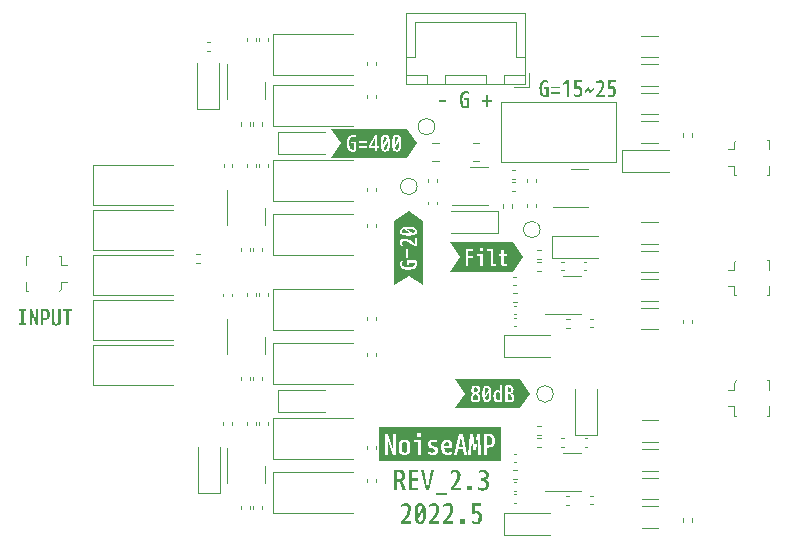
<source format=gbr>
%TF.GenerationSoftware,KiCad,Pcbnew,(6.0.2)*%
%TF.CreationDate,2022-05-06T23:20:48+08:00*%
%TF.ProjectId,NoiseAMP_V2.3,4e6f6973-6541-44d5-905f-56322e332e6b,rev?*%
%TF.SameCoordinates,Original*%
%TF.FileFunction,Legend,Top*%
%TF.FilePolarity,Positive*%
%FSLAX46Y46*%
G04 Gerber Fmt 4.6, Leading zero omitted, Abs format (unit mm)*
G04 Created by KiCad (PCBNEW (6.0.2)) date 2022-05-06 23:20:48*
%MOMM*%
%LPD*%
G01*
G04 APERTURE LIST*
%ADD10C,0.120000*%
G04 APERTURE END LIST*
%TO.C,kibuzzard-62753A96*%
G36*
X113733686Y-101623072D02*
G01*
X113673890Y-101714300D01*
X113589329Y-101777800D01*
X113479157Y-101815900D01*
X113343372Y-101828600D01*
X113232882Y-101819075D01*
X113232882Y-102295325D01*
X113019522Y-102295325D01*
X113019522Y-101651435D01*
X113232882Y-101651435D01*
X113343372Y-101664770D01*
X113446004Y-101646911D01*
X113517680Y-101593332D01*
X113559828Y-101496892D01*
X113573878Y-101350445D01*
X113559828Y-101214237D01*
X113517680Y-101121845D01*
X113446004Y-101068981D01*
X113343372Y-101051360D01*
X113232882Y-101066600D01*
X113232882Y-101651435D01*
X113019522Y-101651435D01*
X113019522Y-100923725D01*
X113125779Y-100902558D01*
X113233729Y-100889858D01*
X113343372Y-100885625D01*
X113482014Y-100897796D01*
X113593139Y-100934308D01*
X113676748Y-100995162D01*
X113734956Y-101083322D01*
X113769881Y-101201749D01*
X113781523Y-101350445D01*
X113769563Y-101501787D01*
X113733686Y-101623072D01*
G37*
G36*
X114164428Y-101895275D02*
G01*
X114173953Y-102018624D01*
X114202528Y-102095300D01*
X114254439Y-102135305D01*
X114333973Y-102148640D01*
X114465418Y-102096253D01*
X114493993Y-102019814D01*
X114503518Y-101895275D01*
X114503518Y-100904675D01*
X114711163Y-100904675D01*
X114711163Y-101933375D01*
X114701320Y-102057412D01*
X114671793Y-102155202D01*
X114622580Y-102226745D01*
X114550719Y-102275428D01*
X114453247Y-102304638D01*
X114330163Y-102314375D01*
X114207078Y-102304638D01*
X114109606Y-102275428D01*
X114037745Y-102226745D01*
X113988533Y-102155202D01*
X113959005Y-102057412D01*
X113949163Y-101933375D01*
X113949163Y-100904675D01*
X114164428Y-100904675D01*
X114164428Y-101895275D01*
G37*
G36*
X115673188Y-101070410D02*
G01*
X115389343Y-101070410D01*
X115389343Y-102295325D01*
X115175983Y-102295325D01*
X115175983Y-101070410D01*
X114892138Y-101070410D01*
X114892138Y-100904675D01*
X115673188Y-100904675D01*
X115673188Y-101070410D01*
G37*
G36*
X112581372Y-101914325D02*
G01*
X112587087Y-101914325D01*
X112587087Y-100904675D01*
X112787112Y-100904675D01*
X112787112Y-102295325D01*
X112573752Y-102295325D01*
X112276572Y-101285675D01*
X112272762Y-101285675D01*
X112272762Y-102295325D01*
X112063212Y-102295325D01*
X112063212Y-100904675D01*
X112284192Y-100904675D01*
X112581372Y-101914325D01*
G37*
G36*
X111796512Y-101070410D02*
G01*
X111583152Y-101070410D01*
X111583152Y-102129590D01*
X111796512Y-102129590D01*
X111796512Y-102295325D01*
X111148812Y-102295325D01*
X111148812Y-102129590D01*
X111362173Y-102129590D01*
X111362173Y-101070410D01*
X111148812Y-101070410D01*
X111148812Y-100904675D01*
X111796512Y-100904675D01*
X111796512Y-101070410D01*
G37*
%TO.C,kibuzzard-62753A7A*%
G36*
X145596107Y-117845946D02*
G01*
X145614760Y-118025730D01*
X145620978Y-118237000D01*
X145614760Y-118448270D01*
X145596107Y-118628054D01*
X145565019Y-118776353D01*
X145498046Y-118944827D01*
X145409047Y-119052578D01*
X145292961Y-119110621D01*
X145144728Y-119129969D01*
X144996495Y-119110621D01*
X144880409Y-119052578D01*
X144791410Y-118944827D01*
X144724437Y-118776353D01*
X144711209Y-118713250D01*
X144951847Y-118713250D01*
X145025666Y-118881128D01*
X145144728Y-118929944D01*
X145269744Y-118875175D01*
X145311713Y-118795403D01*
X145344753Y-118665625D01*
X145360628Y-118549208D01*
X145370153Y-118406333D01*
X145373328Y-118237000D01*
X145371542Y-118107817D01*
X145366184Y-117996494D01*
X144951847Y-118713250D01*
X144711209Y-118713250D01*
X144693349Y-118628054D01*
X144674696Y-118448270D01*
X144668478Y-118237000D01*
X144916128Y-118237000D01*
X144920891Y-118434644D01*
X145328084Y-117727412D01*
X145256647Y-117585728D01*
X145144728Y-117544056D01*
X145019712Y-117598825D01*
X144977743Y-117678597D01*
X144944703Y-117808375D01*
X144928828Y-117924792D01*
X144919303Y-118067667D01*
X144916128Y-118237000D01*
X144668478Y-118237000D01*
X144674696Y-118025730D01*
X144693349Y-117845946D01*
X144724437Y-117697647D01*
X144791410Y-117529173D01*
X144880409Y-117421422D01*
X144996495Y-117363379D01*
X145144728Y-117344031D01*
X145292961Y-117363379D01*
X145409047Y-117421422D01*
X145498046Y-117529173D01*
X145565019Y-117697647D01*
X145596107Y-117845946D01*
G37*
G36*
X146511268Y-117373499D02*
G01*
X146643725Y-117461903D01*
X146724985Y-117607457D01*
X146752072Y-117808375D01*
X146737123Y-117959187D01*
X146692276Y-118119525D01*
X146617531Y-118289388D01*
X146539917Y-118425416D01*
X146441616Y-118571566D01*
X146322628Y-118727835D01*
X146182953Y-118894225D01*
X146182953Y-118898988D01*
X146763978Y-118898988D01*
X146763978Y-119106156D01*
X145906728Y-119106156D01*
X145906728Y-118898988D01*
X146059614Y-118721268D01*
X146188979Y-118551422D01*
X146294823Y-118389449D01*
X146377146Y-118235348D01*
X146435949Y-118089120D01*
X146471230Y-117950764D01*
X146482991Y-117820281D01*
X146470191Y-117698837D01*
X146431794Y-117615494D01*
X146275822Y-117551200D01*
X146163903Y-117566810D01*
X146040872Y-117613642D01*
X145906728Y-117691694D01*
X145906728Y-117467856D01*
X146038491Y-117399065D01*
X146179778Y-117357790D01*
X146330591Y-117344031D01*
X146511268Y-117373499D01*
G37*
G36*
X147701893Y-117373499D02*
G01*
X147834350Y-117461903D01*
X147915610Y-117607457D01*
X147942697Y-117808375D01*
X147927748Y-117959187D01*
X147882901Y-118119525D01*
X147808156Y-118289388D01*
X147730542Y-118425416D01*
X147632241Y-118571566D01*
X147513253Y-118727835D01*
X147373578Y-118894225D01*
X147373578Y-118898988D01*
X147954603Y-118898988D01*
X147954603Y-119106156D01*
X147097353Y-119106156D01*
X147097353Y-118898988D01*
X147250239Y-118721268D01*
X147379604Y-118551422D01*
X147485448Y-118389449D01*
X147567771Y-118235348D01*
X147626574Y-118089120D01*
X147661855Y-117950764D01*
X147673616Y-117820281D01*
X147660816Y-117698837D01*
X147622419Y-117615494D01*
X147466447Y-117551200D01*
X147354528Y-117566810D01*
X147231497Y-117613642D01*
X147097353Y-117691694D01*
X147097353Y-117467856D01*
X147229116Y-117399065D01*
X147370403Y-117357790D01*
X147521216Y-117344031D01*
X147701893Y-117373499D01*
G37*
G36*
X144130018Y-117373499D02*
G01*
X144262475Y-117461903D01*
X144343735Y-117607457D01*
X144370822Y-117808375D01*
X144355873Y-117959187D01*
X144311026Y-118119525D01*
X144236281Y-118289388D01*
X144158667Y-118425416D01*
X144060366Y-118571566D01*
X143941378Y-118727835D01*
X143801703Y-118894225D01*
X143801703Y-118898988D01*
X144382728Y-118898988D01*
X144382728Y-119106156D01*
X143525478Y-119106156D01*
X143525478Y-118898988D01*
X143678364Y-118721268D01*
X143807729Y-118551422D01*
X143913573Y-118389449D01*
X143995896Y-118235348D01*
X144054699Y-118089120D01*
X144089980Y-117950764D01*
X144101741Y-117820281D01*
X144088941Y-117698837D01*
X144050544Y-117615494D01*
X143894572Y-117551200D01*
X143782653Y-117566810D01*
X143659622Y-117613642D01*
X143525478Y-117691694D01*
X143525478Y-117467856D01*
X143657241Y-117399065D01*
X143798528Y-117357790D01*
X143949341Y-117344031D01*
X144130018Y-117373499D01*
G37*
G36*
X150304897Y-117572631D02*
G01*
X149773878Y-117572631D01*
X149757209Y-118053644D01*
X149761972Y-118053644D01*
X149858413Y-118008995D01*
X149971522Y-117994112D01*
X150108682Y-118016496D01*
X150215362Y-118083647D01*
X150291562Y-118195566D01*
X150337282Y-118352253D01*
X150352522Y-118553706D01*
X150338764Y-118740502D01*
X150297489Y-118888140D01*
X150228697Y-118996619D01*
X150130007Y-119070702D01*
X149999039Y-119115152D01*
X149835791Y-119129969D01*
X149658983Y-119112109D01*
X149495272Y-119058531D01*
X149495272Y-118832313D01*
X149657792Y-118900178D01*
X149816741Y-118922800D01*
X149938184Y-118902262D01*
X150021528Y-118840647D01*
X150069748Y-118727835D01*
X150085822Y-118553706D01*
X150074511Y-118388507D01*
X150040578Y-118278672D01*
X149900084Y-118196519D01*
X149809002Y-118220331D01*
X149726253Y-118291769D01*
X149507178Y-118291769D01*
X149530991Y-117367844D01*
X150304897Y-117367844D01*
X150304897Y-117572631D01*
G37*
G36*
X148911866Y-119106156D02*
G01*
X148530866Y-119106156D01*
X148530866Y-118701344D01*
X148911866Y-118701344D01*
X148911866Y-119106156D01*
G37*
D10*
%TO.C,TP4*%
X144870400Y-90525600D02*
G75*
G03*
X144870400Y-90525600I-700000J0D01*
G01*
%TO.C,TP3*%
X156402000Y-108102400D02*
G75*
G03*
X156402000Y-108102400I-700000J0D01*
G01*
%TO.C,TP2*%
X155284400Y-94183200D02*
G75*
G03*
X155284400Y-94183200I-700000J0D01*
G01*
%TO.C,TP1*%
X146369000Y-85471000D02*
G75*
G03*
X146369000Y-85471000I-700000J0D01*
G01*
%TO.C,kibuzzard-6275398E*%
G36*
X145751947Y-116028391D02*
G01*
X145754328Y-116028391D01*
X146025791Y-114528203D01*
X146290109Y-114528203D01*
X145901966Y-116266516D01*
X145592403Y-116266516D01*
X145206641Y-114528203D01*
X145480484Y-114528203D01*
X145751947Y-116028391D01*
G37*
G36*
X143485658Y-114518281D02*
G01*
X143624168Y-114559953D01*
X143729075Y-114629406D01*
X143802497Y-114728757D01*
X143846550Y-114860123D01*
X143861234Y-115023503D01*
X143844566Y-115179177D01*
X143794559Y-115305681D01*
X143711216Y-115403015D01*
X143594534Y-115471178D01*
X143594534Y-115475941D01*
X143685022Y-115593813D01*
X143761222Y-115780741D01*
X143908859Y-116266516D01*
X143635016Y-116266516D01*
X143496903Y-115766453D01*
X143457910Y-115658404D01*
X143412369Y-115591431D01*
X143268303Y-115544997D01*
X143175434Y-115544997D01*
X143175434Y-116266516D01*
X142908734Y-116266516D01*
X142908734Y-115337828D01*
X143175434Y-115337828D01*
X143268303Y-115337828D01*
X143423084Y-115319969D01*
X143525478Y-115266391D01*
X143582628Y-115169950D01*
X143601678Y-115023503D01*
X143583819Y-114883307D01*
X143530241Y-114786569D01*
X143440348Y-114730312D01*
X143313547Y-114711559D01*
X143175434Y-114730609D01*
X143175434Y-115337828D01*
X142908734Y-115337828D01*
X142908734Y-114552016D01*
X143041555Y-114525557D01*
X143176493Y-114509682D01*
X143313547Y-114504391D01*
X143485658Y-114518281D01*
G37*
G36*
X150681730Y-114530882D02*
G01*
X150826391Y-114610356D01*
X150915688Y-114736860D01*
X150945453Y-114904441D01*
X150927594Y-115056989D01*
X150874016Y-115178880D01*
X150784719Y-115270111D01*
X150659703Y-115330684D01*
X150659703Y-115333066D01*
X150795137Y-115382477D01*
X150891875Y-115471178D01*
X150949918Y-115599170D01*
X150969266Y-115766453D01*
X150954383Y-115926526D01*
X150909734Y-116057495D01*
X150835320Y-116159359D01*
X150731141Y-116232120D01*
X150597195Y-116275776D01*
X150433484Y-116290328D01*
X150239413Y-116271278D01*
X150052484Y-116214128D01*
X150052484Y-115985528D01*
X150225720Y-116058752D01*
X150402528Y-116083159D01*
X150533795Y-116062621D01*
X150627556Y-116001006D01*
X150683813Y-115898315D01*
X150702566Y-115754547D01*
X150681134Y-115613160D01*
X150616841Y-115517612D01*
X150500159Y-115463141D01*
X150321566Y-115444984D01*
X150273941Y-115444984D01*
X150273941Y-115235434D01*
X150321566Y-115235434D01*
X150487658Y-115217575D01*
X150600172Y-115163997D01*
X150664466Y-115071723D01*
X150685897Y-114937778D01*
X150658380Y-114810778D01*
X150575830Y-114734578D01*
X150438247Y-114709178D01*
X150270369Y-114734181D01*
X150085822Y-114809191D01*
X150085822Y-114587734D01*
X150223405Y-114541432D01*
X150356755Y-114513651D01*
X150485872Y-114504391D01*
X150681730Y-114530882D01*
G37*
G36*
X148306730Y-114533859D02*
G01*
X148439188Y-114622262D01*
X148520448Y-114767816D01*
X148547534Y-114968734D01*
X148532585Y-115119547D01*
X148487739Y-115279884D01*
X148412994Y-115449747D01*
X148335380Y-115585776D01*
X148237079Y-115731925D01*
X148118091Y-115888195D01*
X147978416Y-116054584D01*
X147978416Y-116059347D01*
X148559441Y-116059347D01*
X148559441Y-116266516D01*
X147702191Y-116266516D01*
X147702191Y-116059347D01*
X147855077Y-115881628D01*
X147984442Y-115711782D01*
X148090286Y-115549808D01*
X148172609Y-115395707D01*
X148231411Y-115249479D01*
X148266693Y-115111123D01*
X148278453Y-114980641D01*
X148265654Y-114859197D01*
X148227256Y-114775853D01*
X148071284Y-114711559D01*
X147959366Y-114727170D01*
X147836334Y-114774001D01*
X147702191Y-114852053D01*
X147702191Y-114628216D01*
X147833953Y-114559424D01*
X147975241Y-114518149D01*
X148126053Y-114504391D01*
X148306730Y-114533859D01*
G37*
G36*
X144980422Y-114735372D02*
G01*
X144413684Y-114735372D01*
X144413684Y-115230672D01*
X144956609Y-115230672D01*
X144956609Y-115433078D01*
X144413684Y-115433078D01*
X144413684Y-116059347D01*
X144980422Y-116059347D01*
X144980422Y-116266516D01*
X144146984Y-116266516D01*
X144146984Y-114528203D01*
X144980422Y-114528203D01*
X144980422Y-114735372D01*
G37*
G36*
X147428347Y-116635609D02*
G01*
X146452034Y-116635609D01*
X146452034Y-116464159D01*
X147428347Y-116464159D01*
X147428347Y-116635609D01*
G37*
G36*
X149516703Y-116266516D02*
G01*
X149135703Y-116266516D01*
X149135703Y-115861703D01*
X149516703Y-115861703D01*
X149516703Y-116266516D01*
G37*
%TO.C,C3*%
X150121252Y-86895000D02*
X149598748Y-86895000D01*
X150121252Y-88365000D02*
X149598748Y-88365000D01*
%TO.C,C2*%
X146692252Y-86895000D02*
X146169748Y-86895000D01*
X146692252Y-88365000D02*
X146169748Y-88365000D01*
%TO.C,U5*%
X157226000Y-98085000D02*
X158726000Y-98085000D01*
X155726000Y-101305000D02*
X158726000Y-101305000D01*
%TO.C,U8*%
X157226000Y-113071000D02*
X158726000Y-113071000D01*
X155726000Y-116291000D02*
X158726000Y-116291000D01*
%TO.C,C57*%
X159073964Y-112553800D02*
X159289636Y-112553800D01*
X159073964Y-111833800D02*
X159289636Y-111833800D01*
%TO.C,R18*%
X131000896Y-95729359D02*
X131000896Y-96036641D01*
X131760896Y-95729359D02*
X131760896Y-96036641D01*
%TO.C,C38*%
X157299446Y-112562319D02*
X157083774Y-112562319D01*
X157299446Y-111842319D02*
X157083774Y-111842319D01*
%TO.C,R37*%
X132268896Y-110772640D02*
X132268896Y-110465358D01*
X131508896Y-110772640D02*
X131508896Y-110465358D01*
%TO.C,C63*%
X127120764Y-78329200D02*
X127336436Y-78329200D01*
X127120764Y-79049200D02*
X127336436Y-79049200D01*
%TO.C,C7*%
X132700896Y-91753000D02*
X139460896Y-91753000D01*
X139460896Y-88333000D02*
X132700896Y-88333000D01*
X132700896Y-88333000D02*
X132700896Y-91753000D01*
%TO.C,U4*%
X131974896Y-92330999D02*
X131974896Y-93830999D01*
X128754896Y-90830999D02*
X128754896Y-93830999D01*
%TO.C,U3*%
X157861000Y-89045737D02*
X159361000Y-89045737D01*
X156361000Y-92265737D02*
X159361000Y-92265737D01*
%TO.C,C20*%
X165280087Y-95991000D02*
X163857583Y-95991000D01*
X165280087Y-97811000D02*
X163857583Y-97811000D01*
%TO.C,C21*%
X117460896Y-103563999D02*
X124220896Y-103563999D01*
X117460896Y-100143999D02*
X117460896Y-103563999D01*
X124220896Y-100143999D02*
X117460896Y-100143999D01*
%TO.C,C43*%
X159531164Y-116734000D02*
X159746836Y-116734000D01*
X159531164Y-117454000D02*
X159746836Y-117454000D01*
%TO.C,C23*%
X165280087Y-100224000D02*
X163857583Y-100224000D01*
X165280087Y-98404000D02*
X163857583Y-98404000D01*
%TO.C,C60*%
X156262200Y-96591400D02*
X160172200Y-96591400D01*
X156262200Y-94721400D02*
X156262200Y-96591400D01*
X160172200Y-94721400D02*
X156262200Y-94721400D01*
%TO.C,R22*%
X155033969Y-96648000D02*
X155341251Y-96648000D01*
X155033969Y-95888000D02*
X155341251Y-95888000D01*
%TO.C,kibuzzard-6238052E*%
G36*
X144303115Y-94494032D02*
G01*
X144145000Y-94497842D01*
X144009533Y-94495302D01*
X143895233Y-94487682D01*
X143802100Y-94474982D01*
X143698277Y-94448551D01*
X143634460Y-94414975D01*
X143590645Y-94314962D01*
X143623982Y-94225427D01*
X143737330Y-94168277D01*
X144303115Y-94494032D01*
G37*
G36*
X144145000Y-92603329D02*
G01*
X145372005Y-93421332D01*
X145372005Y-98912671D01*
X144145000Y-98094668D01*
X142917995Y-98912671D01*
X142917995Y-97067688D01*
X143430625Y-97067688D01*
X143449463Y-97224850D01*
X143505978Y-97353438D01*
X143600170Y-97453450D01*
X143697206Y-97509707D01*
X143818769Y-97549891D01*
X143964858Y-97574001D01*
X144135475Y-97582038D01*
X144305139Y-97574596D01*
X144452181Y-97552272D01*
X144576602Y-97515065D01*
X144678400Y-97462975D01*
X144757577Y-97396002D01*
X144814131Y-97314147D01*
X144848064Y-97217409D01*
X144859375Y-97105788D01*
X144851967Y-96991911D01*
X144829742Y-96883961D01*
X144792700Y-96781938D01*
X144011650Y-96781938D01*
X144011650Y-97225803D01*
X144173575Y-97225803D01*
X144173575Y-96985773D01*
X144672685Y-96985773D01*
X144695545Y-97100073D01*
X144663160Y-97216278D01*
X144566005Y-97302003D01*
X144460595Y-97341161D01*
X144317085Y-97364656D01*
X144135475Y-97372488D01*
X143957992Y-97364233D01*
X143819245Y-97339468D01*
X143719232Y-97298193D01*
X143628507Y-97203419D01*
X143598265Y-97067688D01*
X143609695Y-96951006D01*
X143643985Y-96829563D01*
X143472535Y-96829563D01*
X143441102Y-96946244D01*
X143430625Y-97067688D01*
X142917995Y-97067688D01*
X142917995Y-96591438D01*
X143973550Y-96591438D01*
X144129760Y-96591438D01*
X144407890Y-96591438D01*
X144564100Y-96591438D01*
X144564100Y-95848488D01*
X144407890Y-95848488D01*
X144407890Y-96591438D01*
X144129760Y-96591438D01*
X144129760Y-95848488D01*
X143973550Y-95848488D01*
X143973550Y-96591438D01*
X142917995Y-96591438D01*
X142917995Y-95271272D01*
X143430625Y-95271272D01*
X143441632Y-95391922D01*
X143474652Y-95504953D01*
X143529685Y-95610362D01*
X143708755Y-95610362D01*
X143646313Y-95503047D01*
X143608848Y-95404622D01*
X143596360Y-95315087D01*
X143647795Y-95190310D01*
X143714470Y-95159592D01*
X143811625Y-95149352D01*
X143916011Y-95158761D01*
X144026696Y-95186986D01*
X144143678Y-95234028D01*
X144266959Y-95299886D01*
X144396538Y-95384562D01*
X144532415Y-95488054D01*
X144674590Y-95610362D01*
X144840325Y-95610362D01*
X144840325Y-94924562D01*
X144674590Y-94924562D01*
X144674590Y-95389382D01*
X144670780Y-95389382D01*
X144537668Y-95277642D01*
X144412653Y-95182452D01*
X144295733Y-95103811D01*
X144186910Y-95041720D01*
X144051020Y-94981924D01*
X143922750Y-94946047D01*
X143802100Y-94934087D01*
X143641366Y-94955757D01*
X143524922Y-95020765D01*
X143454199Y-95126731D01*
X143430625Y-95271272D01*
X142917995Y-95271272D01*
X142917995Y-94314962D01*
X143430625Y-94314962D01*
X143446103Y-94433549D01*
X143492537Y-94526417D01*
X143578739Y-94597617D01*
X143713517Y-94651195D01*
X143832157Y-94676066D01*
X143975984Y-94690988D01*
X144145000Y-94695962D01*
X144314016Y-94690988D01*
X144457843Y-94676066D01*
X144576483Y-94651195D01*
X144711261Y-94597617D01*
X144797463Y-94526417D01*
X144843897Y-94433549D01*
X144859375Y-94314962D01*
X144843897Y-94196376D01*
X144797463Y-94103507D01*
X144711261Y-94032308D01*
X144576483Y-93978730D01*
X144457843Y-93953859D01*
X144314016Y-93938937D01*
X144145000Y-93933962D01*
X143975984Y-93938937D01*
X143832157Y-93953859D01*
X143713517Y-93978730D01*
X143578739Y-94032308D01*
X143492537Y-94103507D01*
X143446103Y-94196376D01*
X143430625Y-94314962D01*
X142917995Y-94314962D01*
X142917995Y-93421332D01*
X144145000Y-92603329D01*
G37*
G36*
X144280467Y-94134622D02*
G01*
X144394767Y-94142242D01*
X144487900Y-94154942D01*
X144591723Y-94181374D01*
X144655540Y-94214950D01*
X144699355Y-94314962D01*
X144660303Y-94410212D01*
X144526000Y-94469267D01*
X143952595Y-94137797D01*
X144041654Y-94133511D01*
X144145000Y-94132082D01*
X144280467Y-94134622D01*
G37*
%TO.C,C18*%
X117460896Y-99753999D02*
X124220896Y-99753999D01*
X124220896Y-96333999D02*
X117460896Y-96333999D01*
X117460896Y-96333999D02*
X117460896Y-99753999D01*
%TO.C,R25*%
X132268896Y-99842640D02*
X132268896Y-99535358D01*
X131508896Y-99842640D02*
X131508896Y-99535358D01*
%TO.C,R4*%
X131256896Y-78258641D02*
X131256896Y-77951359D01*
X130496896Y-78258641D02*
X130496896Y-77951359D01*
%TO.C,C74*%
X152249000Y-104948000D02*
X156159000Y-104948000D01*
X152249000Y-103078000D02*
X152249000Y-104948000D01*
X156159000Y-103078000D02*
X152249000Y-103078000D01*
%TO.C,C1*%
X139460896Y-77665000D02*
X132700896Y-77665000D01*
X132700896Y-81085000D02*
X139460896Y-81085000D01*
X132700896Y-77665000D02*
X132700896Y-81085000D01*
%TO.C,C73*%
X147777400Y-94508600D02*
X151687400Y-94508600D01*
X151687400Y-94508600D02*
X151687400Y-92638600D01*
X151687400Y-92638600D02*
X147777400Y-92638600D01*
%TO.C,R24*%
X130492896Y-99842640D02*
X130492896Y-99535358D01*
X131252896Y-99842640D02*
X131252896Y-99535358D01*
%TO.C,C5*%
X165280087Y-77789030D02*
X163857583Y-77789030D01*
X165280087Y-79609030D02*
X163857583Y-79609030D01*
%TO.C,U7*%
X131974896Y-114174999D02*
X131974896Y-115674999D01*
X128754896Y-112674999D02*
X128754896Y-115674999D01*
%TO.C,R31*%
X141412896Y-112493360D02*
X141412896Y-112800642D01*
X140652896Y-112493360D02*
X140652896Y-112800642D01*
%TO.C,C36*%
X132700896Y-107247000D02*
X139460896Y-107247000D01*
X132700896Y-103827000D02*
X132700896Y-107247000D01*
X139460896Y-103827000D02*
X132700896Y-103827000D01*
%TO.C,R29*%
X126479937Y-96266999D02*
X126172655Y-96266999D01*
X126479937Y-97026999D02*
X126172655Y-97026999D01*
%TO.C,C24*%
X124220896Y-103953999D02*
X117460896Y-103953999D01*
X117460896Y-103953999D02*
X117460896Y-107373999D01*
X117460896Y-107373999D02*
X124220896Y-107373999D01*
%TO.C,R1*%
X145797000Y-90174378D02*
X145797000Y-89867096D01*
X146557000Y-90174378D02*
X146557000Y-89867096D01*
%TO.C,R13*%
X130496896Y-88928640D02*
X130496896Y-88621358D01*
X131256896Y-88928640D02*
X131256896Y-88621358D01*
%TO.C,C49*%
X132700896Y-114748999D02*
X132700896Y-118168999D01*
X139460896Y-114748999D02*
X132700896Y-114748999D01*
X132700896Y-118168999D02*
X139460896Y-118168999D01*
%TO.C,kibuzzard-62380566*%
G36*
X148476150Y-96520000D02*
G01*
X147645446Y-95273945D01*
X153021850Y-95273945D01*
X153852554Y-96520000D01*
X153021850Y-97766055D01*
X147645446Y-97766055D01*
X147999900Y-97234375D01*
X148988780Y-97234375D01*
X149202140Y-97234375D01*
X149202140Y-96567625D01*
X149617430Y-96567625D01*
X149617430Y-96405700D01*
X149202140Y-96405700D01*
X149202140Y-96243775D01*
X149956520Y-96243775D01*
X149956520Y-96398080D01*
X150209885Y-96398080D01*
X150209885Y-97234375D01*
X150423245Y-97234375D01*
X150423245Y-96243775D01*
X149956520Y-96243775D01*
X149202140Y-96243775D01*
X149202140Y-96024700D01*
X150171785Y-96024700D01*
X150423245Y-96024700D01*
X150423245Y-95998030D01*
X150832820Y-95998030D01*
X151088090Y-95998030D01*
X151088090Y-97234375D01*
X151556720Y-97234375D01*
X151556720Y-97080070D01*
X151301450Y-97080070D01*
X151301450Y-96436180D01*
X151785320Y-96436180D01*
X151981535Y-96436180D01*
X151981535Y-96948625D01*
X151998442Y-97096263D01*
X152049163Y-97188655D01*
X152143222Y-97237233D01*
X152290145Y-97253425D01*
X152395396Y-97247710D01*
X152490170Y-97230565D01*
X152490170Y-97057210D01*
X152408731Y-97078641D01*
X152328245Y-97085785D01*
X152213945Y-97054353D01*
X152189180Y-96910525D01*
X152189180Y-96436180D01*
X152509220Y-96436180D01*
X152509220Y-96281875D01*
X152189180Y-96281875D01*
X152189180Y-95919925D01*
X151981535Y-95919925D01*
X151981535Y-96281875D01*
X151785320Y-96281875D01*
X151785320Y-96436180D01*
X151301450Y-96436180D01*
X151301450Y-95843725D01*
X150832820Y-95843725D01*
X150832820Y-95998030D01*
X150423245Y-95998030D01*
X150423245Y-95786575D01*
X150171785Y-95786575D01*
X150171785Y-96024700D01*
X149202140Y-96024700D01*
X149202140Y-96009460D01*
X149636480Y-96009460D01*
X149636480Y-95843725D01*
X148988780Y-95843725D01*
X148988780Y-97234375D01*
X147999900Y-97234375D01*
X148476150Y-96520000D01*
G37*
%TO.C,C9*%
X165280087Y-86848030D02*
X163857583Y-86848030D01*
X165280087Y-85028030D02*
X163857583Y-85028030D01*
%TO.C,R20*%
X157811441Y-102488000D02*
X157504159Y-102488000D01*
X157811441Y-101728000D02*
X157504159Y-101728000D01*
%TO.C,C64*%
X128484896Y-88667163D02*
X128484896Y-88882835D01*
X129204896Y-88667163D02*
X129204896Y-88882835D01*
%TO.C,R30*%
X131000896Y-106651358D02*
X131000896Y-106958640D01*
X131760896Y-106651358D02*
X131760896Y-106958640D01*
%TO.C,R28*%
X129984896Y-106651358D02*
X129984896Y-106958640D01*
X130744896Y-106651358D02*
X130744896Y-106958640D01*
%TO.C,R21*%
X140652896Y-101573359D02*
X140652896Y-101880641D01*
X141412896Y-101573359D02*
X141412896Y-101880641D01*
%TO.C,C58*%
X133134896Y-87804999D02*
X137044896Y-87804999D01*
X137044896Y-85934999D02*
X133134896Y-85934999D01*
X133134896Y-85934999D02*
X133134896Y-87804999D01*
%TO.C,C39*%
X132700896Y-110177000D02*
X132700896Y-113597000D01*
X139460896Y-110177000D02*
X132700896Y-110177000D01*
X132700896Y-113597000D02*
X139460896Y-113597000D01*
%TO.C,R40*%
X167410165Y-118630471D02*
X167410165Y-118937753D01*
X168170165Y-118630471D02*
X168170165Y-118937753D01*
%TO.C,R41*%
X131000896Y-117573358D02*
X131000896Y-117880640D01*
X131760896Y-117573358D02*
X131760896Y-117880640D01*
%TO.C,RV1*%
X161720000Y-88463478D02*
X151950000Y-88463478D01*
X161720000Y-83393478D02*
X151950000Y-83393478D01*
X151950000Y-88463478D02*
X151950000Y-83393478D01*
X161720000Y-88463478D02*
X161720000Y-83393478D01*
%TO.C,C67*%
X146537000Y-91840164D02*
X146537000Y-92055836D01*
X145817000Y-91840164D02*
X145817000Y-92055836D01*
%TO.C,C56*%
X158972364Y-96924000D02*
X159188036Y-96924000D01*
X158972364Y-97644000D02*
X159188036Y-97644000D01*
%TO.C,U1*%
X128754896Y-80162999D02*
X128754896Y-83162999D01*
X131974896Y-81662999D02*
X131974896Y-83162999D01*
%TO.C,R2*%
X154179000Y-90174378D02*
X154179000Y-89867096D01*
X154939000Y-90174378D02*
X154939000Y-89867096D01*
%TO.C,R35*%
X155056769Y-110806319D02*
X155364051Y-110806319D01*
X155056769Y-111566319D02*
X155364051Y-111566319D01*
%TO.C,kibuzzard-6238081A*%
G36*
X149135306Y-82481102D02*
G01*
X149251988Y-82512535D01*
X149251988Y-82683985D01*
X149130544Y-82649695D01*
X149013863Y-82638265D01*
X148878131Y-82668507D01*
X148783357Y-82759232D01*
X148742082Y-82859245D01*
X148717318Y-82997992D01*
X148709062Y-83175475D01*
X148716894Y-83357085D01*
X148740389Y-83500595D01*
X148779547Y-83606005D01*
X148865272Y-83703160D01*
X148981478Y-83735545D01*
X149095778Y-83712685D01*
X149095778Y-83213575D01*
X148855747Y-83213575D01*
X148855747Y-83051650D01*
X149299613Y-83051650D01*
X149299613Y-83832700D01*
X149197589Y-83869742D01*
X149089639Y-83891967D01*
X148975763Y-83899375D01*
X148864141Y-83888064D01*
X148767403Y-83854131D01*
X148685548Y-83797577D01*
X148618575Y-83718400D01*
X148566485Y-83616602D01*
X148529278Y-83492181D01*
X148506954Y-83345139D01*
X148499512Y-83175475D01*
X148507549Y-83004858D01*
X148531659Y-82858769D01*
X148571843Y-82737206D01*
X148628100Y-82640170D01*
X148728112Y-82545978D01*
X148856700Y-82489463D01*
X149013863Y-82470625D01*
X149135306Y-82481102D01*
G37*
G36*
X147289837Y-83396455D02*
G01*
X146718337Y-83396455D01*
X146718337Y-83238340D01*
X147289837Y-83238340D01*
X147289837Y-83396455D01*
G37*
G36*
X150916958Y-83226910D02*
G01*
X151223663Y-83226910D01*
X151223663Y-83385025D01*
X150916958Y-83385025D01*
X150916958Y-83785075D01*
X150713123Y-83785075D01*
X150713123Y-83385025D01*
X150404513Y-83385025D01*
X150404513Y-83226910D01*
X150713123Y-83226910D01*
X150713123Y-82832575D01*
X150916958Y-82832575D01*
X150916958Y-83226910D01*
G37*
%TO.C,R6*%
X152881359Y-90148737D02*
X153188641Y-90148737D01*
X152881359Y-90908737D02*
X153188641Y-90908737D01*
%TO.C,R3*%
X140652896Y-79985358D02*
X140652896Y-80292640D01*
X141412896Y-79985358D02*
X141412896Y-80292640D01*
%TO.C,C59*%
X137044896Y-107753599D02*
X133134896Y-107753599D01*
X133134896Y-109623599D02*
X137044896Y-109623599D01*
X133134896Y-107753599D02*
X133134896Y-109623599D01*
%TO.C,J3*%
X171677200Y-97564886D02*
X171677200Y-96964886D01*
X171677200Y-96964886D02*
X171877200Y-96764886D01*
X171677200Y-99764886D02*
X171677200Y-98964886D01*
X174677200Y-98964886D02*
X174677200Y-99764886D01*
X174677200Y-99764886D02*
X174477200Y-99764886D01*
X174477200Y-96764886D02*
X174677200Y-96764886D01*
X171677200Y-98964886D02*
X171177200Y-98964886D01*
X171677200Y-97564886D02*
X171177200Y-97564886D01*
X174677200Y-96764886D02*
X174677200Y-97564886D01*
X171877200Y-99764886D02*
X171677200Y-99764886D01*
%TO.C,C45*%
X153269836Y-115591000D02*
X153054164Y-115591000D01*
X153269836Y-116311000D02*
X153054164Y-116311000D01*
%TO.C,C6*%
X165280087Y-80202030D02*
X163857583Y-80202030D01*
X165280087Y-82022030D02*
X163857583Y-82022030D01*
%TO.C,C14*%
X117460896Y-92133999D02*
X124220896Y-92133999D01*
X117460896Y-88713999D02*
X117460896Y-92133999D01*
X124220896Y-88713999D02*
X117460896Y-88713999D01*
%TO.C,C62*%
X158246800Y-107698200D02*
X158246800Y-111608200D01*
X158246800Y-111608200D02*
X160116800Y-111608200D01*
X160116800Y-111608200D02*
X160116800Y-107698200D01*
%TO.C,kibuzzard-62380883*%
G36*
X160543002Y-81554399D02*
G01*
X160648968Y-81625122D01*
X160713976Y-81741566D01*
X160735645Y-81902300D01*
X160723686Y-82022950D01*
X160687808Y-82151220D01*
X160628013Y-82287110D01*
X160565921Y-82395933D01*
X160487281Y-82512853D01*
X160392090Y-82637868D01*
X160280350Y-82770980D01*
X160280350Y-82774790D01*
X160745170Y-82774790D01*
X160745170Y-82940525D01*
X160059370Y-82940525D01*
X160059370Y-82774790D01*
X160181679Y-82632615D01*
X160285171Y-82496738D01*
X160369846Y-82367159D01*
X160435705Y-82243878D01*
X160482747Y-82126896D01*
X160510972Y-82016211D01*
X160520380Y-81911825D01*
X160510141Y-81814670D01*
X160479423Y-81747995D01*
X160354645Y-81696560D01*
X160265110Y-81709048D01*
X160166685Y-81746513D01*
X160059370Y-81808955D01*
X160059370Y-81629885D01*
X160164780Y-81574852D01*
X160277810Y-81541832D01*
X160398460Y-81530825D01*
X160543002Y-81554399D01*
G37*
G36*
X159840295Y-82332830D02*
G01*
X159617410Y-82521425D01*
X159505015Y-82588100D01*
X159432625Y-82506185D01*
X159364045Y-82391885D01*
X159341185Y-82363310D01*
X159303085Y-82386170D01*
X159059245Y-82591910D01*
X159059245Y-82405220D01*
X159282130Y-82216625D01*
X159394525Y-82149950D01*
X159466915Y-82231865D01*
X159535495Y-82346165D01*
X159558355Y-82374740D01*
X159596455Y-82351880D01*
X159840295Y-82146140D01*
X159840295Y-82332830D01*
G37*
G36*
X155865989Y-81541302D02*
G01*
X155982670Y-81572735D01*
X155982670Y-81744185D01*
X155861226Y-81709895D01*
X155744545Y-81698465D01*
X155608814Y-81728707D01*
X155514040Y-81819432D01*
X155472765Y-81919445D01*
X155448000Y-82058192D01*
X155439745Y-82235675D01*
X155447577Y-82417285D01*
X155471072Y-82560795D01*
X155510230Y-82666205D01*
X155595955Y-82763360D01*
X155712160Y-82795745D01*
X155826460Y-82772885D01*
X155826460Y-82273775D01*
X155586430Y-82273775D01*
X155586430Y-82111850D01*
X156030295Y-82111850D01*
X156030295Y-82892900D01*
X155928272Y-82929942D01*
X155820322Y-82952167D01*
X155706445Y-82959575D01*
X155594824Y-82948264D01*
X155498086Y-82914331D01*
X155416230Y-82857777D01*
X155349257Y-82778600D01*
X155297168Y-82676802D01*
X155259961Y-82552381D01*
X155237636Y-82405339D01*
X155230195Y-82235675D01*
X155238232Y-82065058D01*
X155262342Y-81918969D01*
X155302525Y-81797406D01*
X155358782Y-81700370D01*
X155458795Y-81606178D01*
X155587382Y-81549663D01*
X155744545Y-81530825D01*
X155865989Y-81541302D01*
G37*
G36*
X156963745Y-82664300D02*
G01*
X156220795Y-82664300D01*
X156220795Y-82508090D01*
X156963745Y-82508090D01*
X156963745Y-82664300D01*
G37*
G36*
X158815405Y-81713705D02*
G01*
X158390590Y-81713705D01*
X158377255Y-82098515D01*
X158381065Y-82098515D01*
X158458217Y-82062796D01*
X158548705Y-82050890D01*
X158658433Y-82068797D01*
X158743777Y-82122518D01*
X158804737Y-82212053D01*
X158841313Y-82337402D01*
X158853505Y-82498565D01*
X158842498Y-82648002D01*
X158809478Y-82766112D01*
X158754445Y-82852895D01*
X158675493Y-82912162D01*
X158570718Y-82947722D01*
X158440120Y-82959575D01*
X158298674Y-82945288D01*
X158167705Y-82902425D01*
X158167705Y-82721450D01*
X158297721Y-82775743D01*
X158424880Y-82793840D01*
X158522035Y-82777409D01*
X158588710Y-82728118D01*
X158627286Y-82637868D01*
X158640145Y-82498565D01*
X158631096Y-82366406D01*
X158603950Y-82278538D01*
X158491555Y-82212815D01*
X158418689Y-82231865D01*
X158352490Y-82289015D01*
X158177230Y-82289015D01*
X158196280Y-81549875D01*
X158815405Y-81549875D01*
X158815405Y-81713705D01*
G37*
G36*
X156963745Y-82229960D02*
G01*
X156220795Y-82229960D01*
X156220795Y-82073750D01*
X156963745Y-82073750D01*
X156963745Y-82229960D01*
G37*
G36*
X161672905Y-81713705D02*
G01*
X161248090Y-81713705D01*
X161234755Y-82098515D01*
X161238565Y-82098515D01*
X161315718Y-82062796D01*
X161406205Y-82050890D01*
X161515933Y-82068797D01*
X161601277Y-82122518D01*
X161662237Y-82212053D01*
X161698813Y-82337402D01*
X161711005Y-82498565D01*
X161699998Y-82648002D01*
X161666978Y-82766112D01*
X161611945Y-82852895D01*
X161532993Y-82912162D01*
X161428218Y-82947722D01*
X161297620Y-82959575D01*
X161156174Y-82945288D01*
X161025205Y-82902425D01*
X161025205Y-82721450D01*
X161155221Y-82775743D01*
X161282380Y-82793840D01*
X161379535Y-82777409D01*
X161446210Y-82728118D01*
X161484786Y-82637868D01*
X161497645Y-82498565D01*
X161488596Y-82366406D01*
X161461450Y-82278538D01*
X161349055Y-82212815D01*
X161276189Y-82231865D01*
X161209990Y-82289015D01*
X161034730Y-82289015D01*
X161053780Y-81549875D01*
X161672905Y-81549875D01*
X161672905Y-81713705D01*
G37*
G36*
X157752415Y-82940525D02*
G01*
X157539055Y-82940525D01*
X157539055Y-81749900D01*
X157535245Y-81747995D01*
X157207585Y-81930875D01*
X157207585Y-81744185D01*
X157540960Y-81549875D01*
X157752415Y-81549875D01*
X157752415Y-82940525D01*
G37*
%TO.C,R9*%
X140652896Y-83084641D02*
X140652896Y-82777359D01*
X141412896Y-83084641D02*
X141412896Y-82777359D01*
%TO.C,C44*%
X165303252Y-119442111D02*
X163880748Y-119442111D01*
X165303252Y-117622111D02*
X163880748Y-117622111D01*
%TO.C,R27*%
X140652896Y-104930640D02*
X140652896Y-104623358D01*
X141412896Y-104930640D02*
X141412896Y-104623358D01*
%TO.C,R23*%
X153292841Y-99594400D02*
X152985559Y-99594400D01*
X153292841Y-100354400D02*
X152985559Y-100354400D01*
%TO.C,R5*%
X152881359Y-89915000D02*
X153188641Y-89915000D01*
X152881359Y-89155000D02*
X153188641Y-89155000D01*
%TO.C,C26*%
X165280087Y-102637000D02*
X163857583Y-102637000D01*
X165280087Y-100817000D02*
X163857583Y-100817000D01*
%TO.C,R12*%
X140652896Y-90651359D02*
X140652896Y-90958641D01*
X141412896Y-90651359D02*
X141412896Y-90958641D01*
%TO.C,U2*%
X147852000Y-92138737D02*
X150852000Y-92138737D01*
X149352000Y-88918737D02*
X150852000Y-88918737D01*
%TO.C,C40*%
X153269836Y-113163119D02*
X153054164Y-113163119D01*
X153269836Y-113883119D02*
X153054164Y-113883119D01*
%TO.C,C69*%
X153054164Y-102366400D02*
X153269836Y-102366400D01*
X153054164Y-101646400D02*
X153269836Y-101646400D01*
%TO.C,C4*%
X132700896Y-81982999D02*
X132700896Y-85402999D01*
X139460896Y-81982999D02*
X132700896Y-81982999D01*
X132700896Y-85402999D02*
X139460896Y-85402999D01*
%TO.C,C70*%
X153063154Y-117318481D02*
X153278826Y-117318481D01*
X153063154Y-116598481D02*
X153278826Y-116598481D01*
%TO.C,kibuzzard-6238054F*%
G36*
X142280323Y-86346982D02*
G01*
X142337473Y-86460330D01*
X142011718Y-87026115D01*
X142007908Y-86868000D01*
X142010448Y-86732533D01*
X142018068Y-86618233D01*
X142030768Y-86525100D01*
X142057199Y-86421277D01*
X142090775Y-86357460D01*
X142190788Y-86313645D01*
X142280323Y-86346982D01*
G37*
G36*
X138411082Y-86868000D02*
G01*
X138404732Y-86858475D01*
X138923712Y-86858475D01*
X138931154Y-87028139D01*
X138953478Y-87175181D01*
X138990685Y-87299602D01*
X139042775Y-87401400D01*
X139109748Y-87480577D01*
X139191603Y-87537131D01*
X139288341Y-87571064D01*
X139399962Y-87582375D01*
X139513839Y-87574967D01*
X139621789Y-87552742D01*
X139723812Y-87515700D01*
X139723812Y-87287100D01*
X139914312Y-87287100D01*
X140657262Y-87287100D01*
X140657262Y-87130890D01*
X139914312Y-87130890D01*
X139914312Y-87287100D01*
X139723812Y-87287100D01*
X139723812Y-87090885D01*
X140819187Y-87090885D01*
X140819187Y-87254715D01*
X141291628Y-87254715D01*
X141291628Y-87563325D01*
X141501178Y-87563325D01*
X141501178Y-87254715D01*
X141657388Y-87254715D01*
X141657388Y-87090885D01*
X141501178Y-87090885D01*
X141501178Y-86868000D01*
X141809788Y-86868000D01*
X141814762Y-87037016D01*
X141829684Y-87180843D01*
X141854555Y-87299483D01*
X141908133Y-87434261D01*
X141979333Y-87520463D01*
X142072201Y-87566897D01*
X142190788Y-87582375D01*
X142309374Y-87566897D01*
X142402243Y-87520463D01*
X142473442Y-87434261D01*
X142527020Y-87299483D01*
X142551891Y-87180843D01*
X142566813Y-87037016D01*
X142571788Y-86868000D01*
X142762288Y-86868000D01*
X142767262Y-87037016D01*
X142782184Y-87180843D01*
X142807055Y-87299483D01*
X142860633Y-87434261D01*
X142931833Y-87520463D01*
X143024701Y-87566897D01*
X143143288Y-87582375D01*
X143261874Y-87566897D01*
X143354743Y-87520463D01*
X143425942Y-87434261D01*
X143479520Y-87299483D01*
X143504391Y-87180843D01*
X143519313Y-87037016D01*
X143524288Y-86868000D01*
X143519313Y-86698984D01*
X143504391Y-86555157D01*
X143479520Y-86436517D01*
X143425942Y-86301739D01*
X143354743Y-86215537D01*
X143261874Y-86169103D01*
X143143288Y-86153625D01*
X143024701Y-86169103D01*
X142931833Y-86215537D01*
X142860633Y-86301739D01*
X142807055Y-86436517D01*
X142782184Y-86555157D01*
X142767262Y-86698984D01*
X142762288Y-86868000D01*
X142571788Y-86868000D01*
X142566813Y-86698984D01*
X142551891Y-86555157D01*
X142527020Y-86436517D01*
X142473442Y-86301739D01*
X142402243Y-86215537D01*
X142309374Y-86169103D01*
X142190788Y-86153625D01*
X142072201Y-86169103D01*
X141979333Y-86215537D01*
X141908133Y-86301739D01*
X141854555Y-86436517D01*
X141829684Y-86555157D01*
X141814762Y-86698984D01*
X141809788Y-86868000D01*
X141501178Y-86868000D01*
X141501178Y-86172675D01*
X141270673Y-86172675D01*
X140819187Y-87090885D01*
X139723812Y-87090885D01*
X139723812Y-86852760D01*
X139914312Y-86852760D01*
X140657262Y-86852760D01*
X140657262Y-86696550D01*
X139914312Y-86696550D01*
X139914312Y-86852760D01*
X139723812Y-86852760D01*
X139723812Y-86734650D01*
X139279947Y-86734650D01*
X139279947Y-86896575D01*
X139519977Y-86896575D01*
X139519977Y-87395685D01*
X139405677Y-87418545D01*
X139289472Y-87386160D01*
X139203748Y-87289005D01*
X139164589Y-87183595D01*
X139141094Y-87040085D01*
X139133262Y-86858475D01*
X139141518Y-86680992D01*
X139166283Y-86542245D01*
X139207557Y-86442232D01*
X139302331Y-86351507D01*
X139438062Y-86321265D01*
X139554744Y-86332695D01*
X139676187Y-86366985D01*
X139676187Y-86195535D01*
X139559506Y-86164102D01*
X139438062Y-86153625D01*
X139280900Y-86172463D01*
X139152312Y-86228978D01*
X139052300Y-86323170D01*
X138996043Y-86420206D01*
X138955859Y-86541769D01*
X138931749Y-86687858D01*
X138923712Y-86858475D01*
X138404732Y-86858475D01*
X137593079Y-85640995D01*
X144036918Y-85640995D01*
X144854921Y-86868000D01*
X144036918Y-88095005D01*
X137593079Y-88095005D01*
X138411082Y-86868000D01*
G37*
G36*
X141291628Y-87090885D02*
G01*
X140986827Y-87090885D01*
X140986827Y-87085170D01*
X141287818Y-86467950D01*
X141291628Y-86467950D01*
X141291628Y-87090885D01*
G37*
G36*
X143324739Y-86764654D02*
G01*
X143326168Y-86868000D01*
X143323628Y-87003467D01*
X143316007Y-87117767D01*
X143303308Y-87210900D01*
X143276876Y-87314723D01*
X143243300Y-87378540D01*
X143143288Y-87422355D01*
X143048038Y-87383303D01*
X142988983Y-87249000D01*
X143320452Y-86675595D01*
X143324739Y-86764654D01*
G37*
G36*
X142372239Y-86764654D02*
G01*
X142373668Y-86868000D01*
X142371128Y-87003467D01*
X142363508Y-87117767D01*
X142350808Y-87210900D01*
X142324376Y-87314723D01*
X142290800Y-87378540D01*
X142190788Y-87422355D01*
X142095538Y-87383303D01*
X142036483Y-87249000D01*
X142367953Y-86675595D01*
X142372239Y-86764654D01*
G37*
G36*
X143232823Y-86346982D02*
G01*
X143289973Y-86460330D01*
X142964218Y-87026115D01*
X142960408Y-86868000D01*
X142962948Y-86732533D01*
X142970568Y-86618233D01*
X142983268Y-86525100D01*
X143009699Y-86421277D01*
X143043275Y-86357460D01*
X143143288Y-86313645D01*
X143232823Y-86346982D01*
G37*
%TO.C,C72*%
X128175696Y-116508399D02*
X128175696Y-112598399D01*
X126305696Y-116508399D02*
X128175696Y-116508399D01*
X126305696Y-112598399D02*
X126305696Y-116508399D01*
%TO.C,R7*%
X132272896Y-78260640D02*
X132272896Y-77953358D01*
X131512896Y-78260640D02*
X131512896Y-77953358D01*
%TO.C,C42*%
X165303252Y-115209111D02*
X163880748Y-115209111D01*
X165303252Y-117029111D02*
X163880748Y-117029111D01*
%TO.C,C25*%
X159531164Y-101748000D02*
X159746836Y-101748000D01*
X159531164Y-102468000D02*
X159746836Y-102468000D01*
%TO.C,R8*%
X152147000Y-92026096D02*
X152147000Y-92333378D01*
X152907000Y-92026096D02*
X152907000Y-92333378D01*
%TO.C,R11*%
X131760896Y-85088758D02*
X131760896Y-85396040D01*
X131000896Y-85088758D02*
X131000896Y-85396040D01*
%TO.C,R19*%
X155341251Y-97664000D02*
X155033969Y-97664000D01*
X155341251Y-96904000D02*
X155033969Y-96904000D01*
%TO.C,R38*%
X140652896Y-115596641D02*
X140652896Y-115289359D01*
X141412896Y-115596641D02*
X141412896Y-115289359D01*
%TO.C,R34*%
X157760641Y-116714000D02*
X157453359Y-116714000D01*
X157760641Y-117474000D02*
X157453359Y-117474000D01*
%TO.C,C28*%
X153269836Y-101350400D02*
X153054164Y-101350400D01*
X153269836Y-100630400D02*
X153054164Y-100630400D01*
%TO.C,C66*%
X129200896Y-110511163D02*
X129200896Y-110726835D01*
X128480896Y-110511163D02*
X128480896Y-110726835D01*
%TO.C,kibuzzard-62380599*%
G36*
X150960296Y-107983179D02*
G01*
X150961725Y-108086525D01*
X150959185Y-108221992D01*
X150951565Y-108336292D01*
X150938865Y-108429425D01*
X150912433Y-108533248D01*
X150878857Y-108597065D01*
X150778845Y-108640880D01*
X150683595Y-108601828D01*
X150624540Y-108467525D01*
X150956010Y-107894120D01*
X150960296Y-107983179D01*
G37*
G36*
X149958742Y-107585510D02*
G01*
X149990889Y-107646470D01*
X150001605Y-107730290D01*
X149982555Y-107841627D01*
X149925405Y-107924177D01*
X149830155Y-107977940D01*
X149737022Y-107926717D01*
X149681142Y-107844167D01*
X149662515Y-107730290D01*
X149673231Y-107644089D01*
X149705377Y-107583605D01*
X149837775Y-107535980D01*
X149958742Y-107585510D01*
G37*
G36*
X151805164Y-107944602D02*
G01*
X151874220Y-107993180D01*
X151874220Y-108627545D01*
X151750395Y-108652310D01*
X151662289Y-108631831D01*
X151599900Y-108570395D01*
X151562753Y-108458476D01*
X151550370Y-108286550D01*
X151560609Y-108119148D01*
X151591328Y-108009372D01*
X151643001Y-107948651D01*
X151716105Y-107928410D01*
X151805164Y-107944602D01*
G37*
G36*
X154424689Y-108077000D02*
G01*
X153600335Y-109313530D01*
X148089311Y-109313530D01*
X148685065Y-108419900D01*
X149426295Y-108419900D01*
X149437725Y-108533459D01*
X149472015Y-108627757D01*
X149529165Y-108702793D01*
X149607482Y-108757297D01*
X149705272Y-108789999D01*
X149822535Y-108800900D01*
X149940222Y-108789999D01*
X150039282Y-108757297D01*
X150119715Y-108702793D01*
X150178982Y-108627757D01*
X150214542Y-108533459D01*
X150226395Y-108419900D01*
X150211393Y-108296551D01*
X150166387Y-108189395D01*
X150094236Y-108102718D01*
X150069012Y-108086525D01*
X150397845Y-108086525D01*
X150402819Y-108255541D01*
X150417742Y-108399368D01*
X150442612Y-108518008D01*
X150496191Y-108652786D01*
X150567390Y-108738988D01*
X150660259Y-108785422D01*
X150778845Y-108800900D01*
X150897431Y-108785422D01*
X150990300Y-108738988D01*
X151061499Y-108652786D01*
X151115077Y-108518008D01*
X151139948Y-108399368D01*
X151151654Y-108286550D01*
X151340820Y-108286550D01*
X151352038Y-108455143D01*
X151385693Y-108587540D01*
X151441785Y-108683743D01*
X151522007Y-108748830D01*
X151628052Y-108787883D01*
X151759920Y-108800900D01*
X151878030Y-108794127D01*
X151985980Y-108773807D01*
X152017762Y-108762800D01*
X152325705Y-108762800D01*
X152430692Y-108783967D01*
X152537372Y-108796667D01*
X152645745Y-108800900D01*
X152780788Y-108789258D01*
X152891278Y-108754333D01*
X152977215Y-108696125D01*
X153038598Y-108614633D01*
X153075428Y-108509858D01*
X153087705Y-108381800D01*
X153069369Y-108254165D01*
X153014363Y-108145580D01*
X152931733Y-108066046D01*
X152830530Y-108025565D01*
X152830530Y-108023660D01*
X152919827Y-107984607D01*
X152989598Y-107916980D01*
X153034603Y-107826492D01*
X153049605Y-107718860D01*
X153032993Y-107594044D01*
X152983159Y-107496966D01*
X152900101Y-107427624D01*
X152783819Y-107386018D01*
X152634315Y-107372150D01*
X152477153Y-107381675D01*
X152325705Y-107410250D01*
X152325705Y-108762800D01*
X152017762Y-108762800D01*
X152083770Y-108739940D01*
X152083770Y-107353100D01*
X151874220Y-107353100D01*
X151874220Y-107814110D01*
X151786114Y-107782677D01*
X151693245Y-107772200D01*
X151584131Y-107785535D01*
X151495548Y-107825540D01*
X151427498Y-107892215D01*
X151379343Y-107989370D01*
X151350451Y-108120815D01*
X151340820Y-108286550D01*
X151151654Y-108286550D01*
X151154871Y-108255541D01*
X151159845Y-108086525D01*
X151154871Y-107917509D01*
X151139948Y-107773682D01*
X151115077Y-107655042D01*
X151061499Y-107520264D01*
X150990300Y-107434062D01*
X150897431Y-107387628D01*
X150778845Y-107372150D01*
X150660259Y-107387628D01*
X150567390Y-107434062D01*
X150496191Y-107520264D01*
X150442612Y-107655042D01*
X150417742Y-107773682D01*
X150402819Y-107917509D01*
X150397845Y-108086525D01*
X150069012Y-108086525D01*
X149997795Y-108040805D01*
X149997795Y-108036995D01*
X150081139Y-107975797D01*
X150144480Y-107898882D01*
X150184485Y-107810538D01*
X150197820Y-107715050D01*
X150173531Y-107570984D01*
X150100665Y-107462637D01*
X149983507Y-107394772D01*
X149826345Y-107372150D01*
X149669182Y-107395010D01*
X149552025Y-107463590D01*
X149479159Y-107572175D01*
X149454870Y-107715050D01*
X149467967Y-107817444D01*
X149507257Y-107915075D01*
X149567979Y-107999371D01*
X149645370Y-108061760D01*
X149645370Y-108063665D01*
X149549525Y-108126649D01*
X149481064Y-108207016D01*
X149439987Y-108304767D01*
X149426295Y-108419900D01*
X148685065Y-108419900D01*
X148913665Y-108077000D01*
X148089311Y-106840470D01*
X153600335Y-106840470D01*
X154424689Y-108077000D01*
G37*
G36*
X152736233Y-108130816D02*
G01*
X152817195Y-108177965D01*
X152864344Y-108259404D01*
X152880060Y-108377990D01*
X152865534Y-108494909D01*
X152821958Y-108575158D01*
X152748853Y-108621592D01*
X152645745Y-108637070D01*
X152539065Y-108621830D01*
X152539065Y-108115100D01*
X152619075Y-108115100D01*
X152736233Y-108130816D01*
G37*
G36*
X152751790Y-107557782D02*
G01*
X152822275Y-107623187D01*
X152845770Y-107732195D01*
X152830530Y-107832446D01*
X152784810Y-107900787D01*
X152706705Y-107940078D01*
X152594310Y-107953175D01*
X152539065Y-107953175D01*
X152539065Y-107551220D01*
X152634315Y-107535980D01*
X152751790Y-107557782D01*
G37*
G36*
X150868380Y-107565507D02*
G01*
X150925530Y-107678855D01*
X150599775Y-108244640D01*
X150595965Y-108086525D01*
X150598505Y-107951058D01*
X150606125Y-107836758D01*
X150618825Y-107743625D01*
X150645257Y-107639802D01*
X150678832Y-107575985D01*
X150778845Y-107532170D01*
X150868380Y-107565507D01*
G37*
G36*
X149922865Y-108192993D02*
G01*
X149993350Y-108283163D01*
X150016845Y-108404660D01*
X149994832Y-108532718D01*
X149928792Y-108609553D01*
X149818725Y-108635165D01*
X149735857Y-108620639D01*
X149673945Y-108577062D01*
X149635369Y-108504911D01*
X149622510Y-108404660D01*
X149642830Y-108283163D01*
X149703790Y-108192993D01*
X149805390Y-108134150D01*
X149922865Y-108192993D01*
G37*
%TO.C,C68*%
X154199000Y-92043364D02*
X154199000Y-92259036D01*
X154919000Y-92043364D02*
X154919000Y-92259036D01*
%TO.C,R26*%
X168147000Y-101827359D02*
X168147000Y-102134641D01*
X167387000Y-101827359D02*
X167387000Y-102134641D01*
%TO.C,R15*%
X141412896Y-94006641D02*
X141412896Y-93699359D01*
X140652896Y-94006641D02*
X140652896Y-93699359D01*
%TO.C,C71*%
X126254896Y-80086399D02*
X126254896Y-83996399D01*
X128124896Y-83996399D02*
X128124896Y-80086399D01*
X126254896Y-83996399D02*
X128124896Y-83996399D01*
%TO.C,C22*%
X132700896Y-99255000D02*
X132700896Y-102675000D01*
X132700896Y-102675000D02*
X139460896Y-102675000D01*
X139460896Y-99255000D02*
X132700896Y-99255000D01*
%TO.C,R32*%
X131252896Y-110772640D02*
X131252896Y-110465358D01*
X130492896Y-110772640D02*
X130492896Y-110465358D01*
%TO.C,C8*%
X165280087Y-84435030D02*
X163857583Y-84435030D01*
X165280087Y-82615030D02*
X163857583Y-82615030D01*
%TO.C,J4*%
X111758600Y-99391600D02*
X111758600Y-98591600D01*
X111758600Y-96391600D02*
X111958600Y-96391600D01*
X111758600Y-97191600D02*
X111758600Y-96391600D01*
X114758600Y-99191600D02*
X114558600Y-99391600D01*
X114758600Y-96391600D02*
X114758600Y-97191600D01*
X114758600Y-98591600D02*
X115258600Y-98591600D01*
X114558600Y-96391600D02*
X114758600Y-96391600D01*
X111958600Y-99391600D02*
X111758600Y-99391600D01*
X114758600Y-97191600D02*
X115258600Y-97191600D01*
X114758600Y-98591600D02*
X114758600Y-99191600D01*
%TO.C,R14*%
X131512896Y-88926641D02*
X131512896Y-88619359D01*
X132272896Y-88926641D02*
X132272896Y-88619359D01*
%TO.C,C17*%
X157276646Y-97644000D02*
X157060974Y-97644000D01*
X157276646Y-96924000D02*
X157060974Y-96924000D01*
%TO.C,C41*%
X165303252Y-114616111D02*
X163880748Y-114616111D01*
X165303252Y-112796111D02*
X163880748Y-112796111D01*
%TO.C,C16*%
X165280087Y-95398000D02*
X163857583Y-95398000D01*
X165280087Y-93578000D02*
X163857583Y-93578000D01*
%TO.C,C15*%
X117460896Y-95943999D02*
X124220896Y-95943999D01*
X117460896Y-92523999D02*
X117460896Y-95943999D01*
X124220896Y-92523999D02*
X117460896Y-92523999D01*
%TO.C,J5*%
X174477200Y-106951382D02*
X174677200Y-106951382D01*
X171877200Y-109951382D02*
X171677200Y-109951382D01*
X171677200Y-109151382D02*
X171177200Y-109151382D01*
X174677200Y-109951382D02*
X174477200Y-109951382D01*
X171677200Y-107751382D02*
X171177200Y-107751382D01*
X174677200Y-109151382D02*
X174677200Y-109951382D01*
X171677200Y-107151382D02*
X171877200Y-106951382D01*
X171677200Y-107751382D02*
X171677200Y-107151382D01*
X174677200Y-106951382D02*
X174677200Y-107751382D01*
X171677200Y-109951382D02*
X171677200Y-109151382D01*
%TO.C,C19*%
X153247036Y-98912000D02*
X153031364Y-98912000D01*
X153247036Y-98192000D02*
X153031364Y-98192000D01*
%TO.C,R36*%
X153317640Y-115315000D02*
X153010358Y-115315000D01*
X153317640Y-114555000D02*
X153010358Y-114555000D01*
%TO.C,R10*%
X129984896Y-85088758D02*
X129984896Y-85396040D01*
X130744896Y-85088758D02*
X130744896Y-85396040D01*
%TO.C,R33*%
X155364051Y-112582319D02*
X155056769Y-112582319D01*
X155364051Y-111822319D02*
X155056769Y-111822319D01*
%TO.C,U6*%
X128754896Y-101752999D02*
X128754896Y-104752999D01*
X131974896Y-103252999D02*
X131974896Y-104752999D01*
%TO.C,C75*%
X152249000Y-120061000D02*
X156159000Y-120061000D01*
X156159000Y-118191000D02*
X152249000Y-118191000D01*
X152249000Y-118191000D02*
X152249000Y-120061000D01*
%TO.C,C37*%
X165303252Y-110342000D02*
X163880748Y-110342000D01*
X165303252Y-112162000D02*
X163880748Y-112162000D01*
%TO.C,kibuzzard-62380362*%
G36*
X148728906Y-112570854D02*
G01*
X148402675Y-112570854D01*
X148564600Y-111754085D01*
X148566981Y-111754085D01*
X148728906Y-112570854D01*
G37*
G36*
X147540663Y-112238669D02*
G01*
X147578763Y-112349100D01*
X147593050Y-112516085D01*
X147169188Y-112516085D01*
X147189428Y-112344635D01*
X147231100Y-112235097D01*
X147297180Y-112176161D01*
X147390644Y-112156516D01*
X147540663Y-112238669D01*
G37*
G36*
X143917293Y-112187175D02*
G01*
X143989028Y-112257719D01*
X144029212Y-112393153D01*
X144042606Y-112611335D01*
X144029212Y-112829517D01*
X143989028Y-112964950D01*
X143917293Y-113035495D01*
X143809244Y-113059010D01*
X143701195Y-113035495D01*
X143629459Y-112964950D01*
X143589276Y-112829517D01*
X143575881Y-112611335D01*
X143589276Y-112393153D01*
X143629459Y-112257719D01*
X143701195Y-112187175D01*
X143809244Y-112163660D01*
X143917293Y-112187175D01*
G37*
G36*
X141653551Y-110908080D02*
G01*
X151970449Y-110908080D01*
X151970449Y-113766902D01*
X141653551Y-113766902D01*
X141653551Y-113230460D01*
X142166181Y-113230460D01*
X142428119Y-113230460D01*
X142428119Y-111968397D01*
X142432881Y-111968397D01*
X142804356Y-113230460D01*
X143071056Y-113230460D01*
X143071056Y-112611335D01*
X143309181Y-112611335D01*
X143322940Y-112816122D01*
X143364215Y-112979635D01*
X143433006Y-113101872D01*
X143529844Y-113186539D01*
X143655256Y-113237339D01*
X143809244Y-113254272D01*
X143963231Y-113237339D01*
X144088644Y-113186539D01*
X144185481Y-113101872D01*
X144254273Y-112979635D01*
X144295548Y-112816122D01*
X144309306Y-112611335D01*
X144295548Y-112406547D01*
X144254273Y-112243035D01*
X144185481Y-112120797D01*
X144088644Y-112036131D01*
X143980214Y-111992210D01*
X144630775Y-111992210D01*
X144630775Y-112185091D01*
X144947481Y-112185091D01*
X144947481Y-113230460D01*
X145214181Y-113230460D01*
X145214181Y-112313678D01*
X145754725Y-112313678D01*
X145778537Y-112450898D01*
X145849975Y-112557757D01*
X145977967Y-112640803D01*
X146171444Y-112706585D01*
X146328606Y-112778022D01*
X146371469Y-112897085D01*
X146316700Y-113022100D01*
X146135725Y-113061391D01*
X145956536Y-113038174D01*
X145766631Y-112968522D01*
X145766631Y-113178072D01*
X145893631Y-113220406D01*
X146030156Y-113245806D01*
X146176206Y-113254272D01*
X146370576Y-113231055D01*
X146515534Y-113161404D01*
X146605724Y-113048889D01*
X146635787Y-112897085D01*
X146612868Y-112744685D01*
X146544109Y-112635147D01*
X146505327Y-112611335D01*
X146897725Y-112611335D01*
X146908902Y-112781910D01*
X146942434Y-112926243D01*
X146998321Y-113044333D01*
X147076562Y-113136182D01*
X147177157Y-113201788D01*
X147300108Y-113241151D01*
X147445413Y-113254272D01*
X147611505Y-113239389D01*
X147646388Y-113230460D01*
X148005006Y-113230460D01*
X148271706Y-113230460D01*
X148362194Y-112773260D01*
X148769388Y-112773260D01*
X148859875Y-113230460D01*
X149136100Y-113230460D01*
X149219444Y-113230460D01*
X149452806Y-113230460D01*
X149493288Y-111754085D01*
X149500431Y-111754085D01*
X149636163Y-112825647D01*
X149862381Y-112825647D01*
X150010019Y-111754085D01*
X150012400Y-111754085D01*
X150048119Y-113230460D01*
X150302913Y-113230460D01*
X150505319Y-113230460D01*
X150772019Y-113230460D01*
X150772019Y-112635147D01*
X150910131Y-112647054D01*
X151079861Y-112631179D01*
X151217577Y-112583554D01*
X151323278Y-112504179D01*
X151398023Y-112390143D01*
X151442870Y-112238537D01*
X151457819Y-112049360D01*
X151443267Y-111863490D01*
X151399610Y-111715456D01*
X151326850Y-111605257D01*
X151222340Y-111529189D01*
X151083433Y-111483548D01*
X150910131Y-111468335D01*
X150773077Y-111473626D01*
X150638140Y-111489501D01*
X150505319Y-111515960D01*
X150505319Y-113230460D01*
X150302913Y-113230460D01*
X150214806Y-111492147D01*
X149914769Y-111492147D01*
X149771894Y-112599429D01*
X149767131Y-112599429D01*
X149621875Y-111492147D01*
X149309931Y-111492147D01*
X149219444Y-113230460D01*
X149136100Y-113230460D01*
X148724144Y-111492147D01*
X148414581Y-111492147D01*
X148005006Y-113230460D01*
X147646388Y-113230460D01*
X147785931Y-113194741D01*
X147785931Y-112997097D01*
X147622816Y-113045318D01*
X147476369Y-113061391D01*
X147348674Y-113040853D01*
X147256103Y-112979238D01*
X147196870Y-112868807D01*
X147169188Y-112701822D01*
X147845463Y-112701822D01*
X147850225Y-112606572D01*
X147837790Y-112403240D01*
X147800483Y-112240918D01*
X147738306Y-112119607D01*
X147650729Y-112035601D01*
X147537223Y-111985198D01*
X147397788Y-111968397D01*
X147244991Y-111986257D01*
X147119975Y-112039835D01*
X147022741Y-112129132D01*
X146953288Y-112254147D01*
X146911616Y-112414882D01*
X146897725Y-112611335D01*
X146505327Y-112611335D01*
X146412248Y-112554185D01*
X146200019Y-112487510D01*
X146058334Y-112420835D01*
X146016662Y-112313678D01*
X146068455Y-112197593D01*
X146223831Y-112158897D01*
X146404806Y-112173780D01*
X146595306Y-112218428D01*
X146595306Y-112020785D01*
X146470952Y-111991681D01*
X146339190Y-111974218D01*
X146200019Y-111968397D01*
X146005947Y-111990721D01*
X145866644Y-112057694D01*
X145782705Y-112166339D01*
X145754725Y-112313678D01*
X145214181Y-112313678D01*
X145214181Y-111992210D01*
X144630775Y-111992210D01*
X143980214Y-111992210D01*
X143963231Y-111985331D01*
X143809244Y-111968397D01*
X143655256Y-111985331D01*
X143529844Y-112036131D01*
X143433006Y-112120797D01*
X143364215Y-112243035D01*
X143322940Y-112406547D01*
X143309181Y-112611335D01*
X143071056Y-112611335D01*
X143071056Y-111718366D01*
X144899856Y-111718366D01*
X145214181Y-111718366D01*
X145214181Y-111420710D01*
X144899856Y-111420710D01*
X144899856Y-111718366D01*
X143071056Y-111718366D01*
X143071056Y-111492147D01*
X142821025Y-111492147D01*
X142821025Y-112754210D01*
X142813881Y-112754210D01*
X142442406Y-111492147D01*
X142166181Y-111492147D01*
X142166181Y-113230460D01*
X141653551Y-113230460D01*
X141653551Y-110908080D01*
G37*
G36*
X151038421Y-111697530D02*
G01*
X151128016Y-111763610D01*
X151180701Y-111879100D01*
X151198263Y-112049360D01*
X151180701Y-112232418D01*
X151128016Y-112352969D01*
X151038421Y-112419942D01*
X150910131Y-112442266D01*
X150772019Y-112425597D01*
X150772019Y-111694553D01*
X150910131Y-111675503D01*
X151038421Y-111697530D01*
G37*
%TO.C,C65*%
X129200896Y-99611163D02*
X129200896Y-99826835D01*
X128480896Y-99611163D02*
X128480896Y-99826835D01*
%TO.C,J1*%
X147221000Y-81842000D02*
X150721000Y-81842000D01*
X143911000Y-75882000D02*
X143911000Y-81852000D01*
X143921000Y-81092000D02*
X143921000Y-81842000D01*
X144671000Y-76642000D02*
X148971000Y-76642000D01*
X154021000Y-79592000D02*
X153271000Y-79592000D01*
X154031000Y-81852000D02*
X154031000Y-75882000D01*
X147221000Y-81092000D02*
X147221000Y-81842000D01*
X145721000Y-81092000D02*
X143921000Y-81092000D01*
X145721000Y-81842000D02*
X145721000Y-81092000D01*
X154321000Y-82142000D02*
X154321000Y-80892000D01*
X154031000Y-75882000D02*
X143911000Y-75882000D01*
X143921000Y-79592000D02*
X144671000Y-79592000D01*
X144671000Y-79592000D02*
X144671000Y-76642000D01*
X152221000Y-81842000D02*
X154021000Y-81842000D01*
X153071000Y-82142000D02*
X154321000Y-82142000D01*
X153271000Y-76642000D02*
X148971000Y-76642000D01*
X150721000Y-81092000D02*
X147221000Y-81092000D01*
X152221000Y-81092000D02*
X152221000Y-81842000D01*
X154021000Y-81092000D02*
X152221000Y-81092000D01*
X150721000Y-81842000D02*
X150721000Y-81092000D01*
X153271000Y-79592000D02*
X153271000Y-76642000D01*
X154021000Y-81842000D02*
X154021000Y-81092000D01*
X143921000Y-81842000D02*
X145721000Y-81842000D01*
X143911000Y-81852000D02*
X154031000Y-81852000D01*
%TO.C,R39*%
X129984896Y-117573358D02*
X129984896Y-117880640D01*
X130744896Y-117573358D02*
X130744896Y-117880640D01*
%TO.C,J2*%
X171677200Y-89578390D02*
X171677200Y-88778390D01*
X171677200Y-88778390D02*
X171177200Y-88778390D01*
X171677200Y-87378390D02*
X171177200Y-87378390D01*
X171677200Y-87378390D02*
X171677200Y-86778390D01*
X171877200Y-89578390D02*
X171677200Y-89578390D01*
X174677200Y-86578390D02*
X174677200Y-87378390D01*
X174477200Y-86578390D02*
X174677200Y-86578390D01*
X171677200Y-86778390D02*
X171877200Y-86578390D01*
X174677200Y-88778390D02*
X174677200Y-89578390D01*
X174677200Y-89578390D02*
X174477200Y-89578390D01*
%TO.C,R16*%
X167387000Y-86038389D02*
X167387000Y-86345671D01*
X168147000Y-86038389D02*
X168147000Y-86345671D01*
%TO.C,C13*%
X132700896Y-96325000D02*
X139460896Y-96325000D01*
X139460896Y-92905000D02*
X132700896Y-92905000D01*
X132700896Y-92905000D02*
X132700896Y-96325000D01*
%TO.C,R17*%
X130744896Y-95731358D02*
X130744896Y-96038640D01*
X129984896Y-95731358D02*
X129984896Y-96038640D01*
%TO.C,C61*%
X166166600Y-87406200D02*
X162256600Y-87406200D01*
X162256600Y-89276200D02*
X166166600Y-89276200D01*
X162256600Y-87406200D02*
X162256600Y-89276200D01*
%TD*%
M02*

</source>
